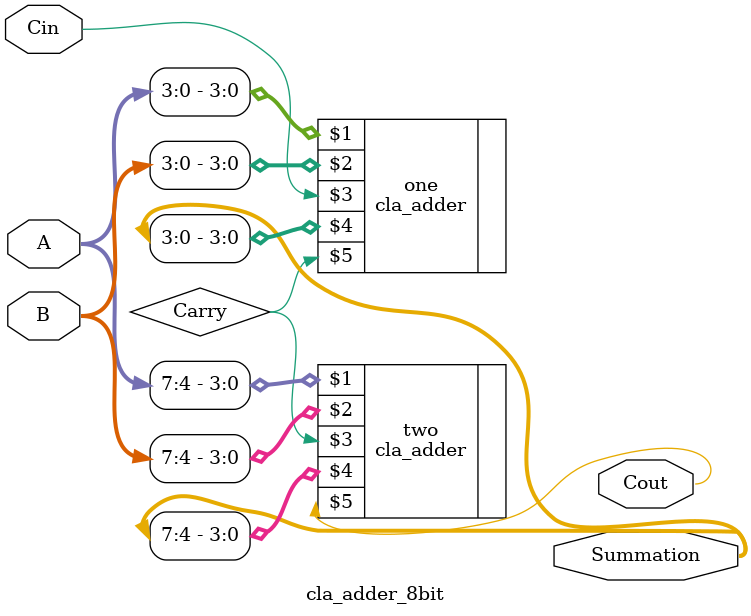
<source format=v>
`timescale 1ns / 1ps


module cla_adder_8bit(A, B, Cin, Summation, Cout);

	input [7:0] A, B;
	input Cin;
	output Cout;
	output [7:0] Summation;
	wire Carry;
	
	cla_adder one (A[3:0], B[3:0], Cin, Summation[3:0], Carry);
	cla_adder two (A[7:4], B[7:4], Carry, Summation[7:4], Cout);
endmodule	


</source>
